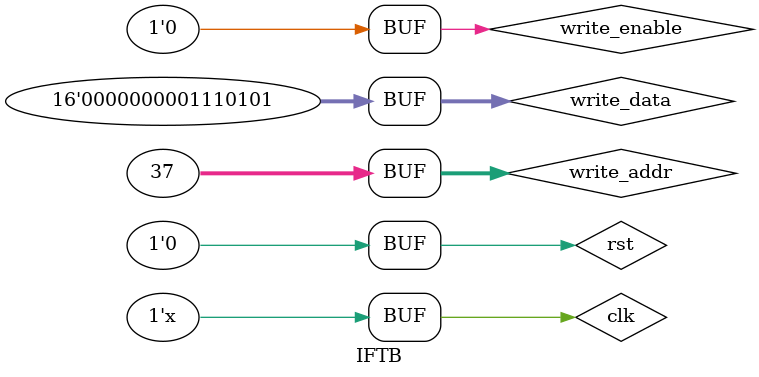
<source format=v>
module IFTB();
reg clk,rst,write_enable;
reg[31:0] PC,write_addr;
reg[15:0] write_data;
wire[15:0]Instruction;

fetchInstructionModule IF(
    write_enable,
    Instruction,
    write_data,
    clk,
    rst,
    write_addr);

initial begin
	$monitor("enable_write=%b,write_data=%b,write_address=%b,read_data1=%b,read_address=%b",write_enable,write_data,write_addr,Instruction,PC);
	clk=1;
	rst=1;
	write_addr=32'b0000_0000_0000_0010_0000;
	write_data=16'b0000_0000_0111_0000;
	#4 rst=0;
	#4 write_enable=1;
   	#4 write_addr=write_addr+1;
	write_data=write_data+1;
	#4 write_addr=write_addr+1;
	write_data=write_data+1;
	#4 write_addr=write_addr+1;
	write_data=write_data+1;
	#4 write_addr=write_addr+1;
	write_data=write_data+1;
	#4 write_addr=write_addr+1;
	write_data=write_data+1;
	#4 write_enable=0;
end

always begin
#2 clk= !clk;
end
endmodule

</source>
